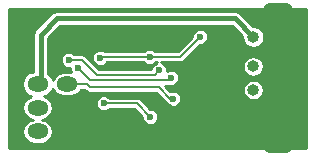
<source format=gbl>
G04 #@! TF.FileFunction,Copper,L2,Bot,Signal*
%FSLAX46Y46*%
G04 Gerber Fmt 4.6, Leading zero omitted, Abs format (unit mm)*
G04 Created by KiCad (PCBNEW 4.0.7-e2-6376~61~ubuntu18.04.1) date Thu Aug  2 13:47:33 2018*
%MOMM*%
%LPD*%
G01*
G04 APERTURE LIST*
%ADD10C,0.100000*%
%ADD11R,1.800000X1.300000*%
%ADD12O,1.800000X1.300000*%
%ADD13O,1.000000X1.000000*%
%ADD14O,2.500000X1.000000*%
%ADD15C,1.200000*%
%ADD16C,0.600000*%
%ADD17C,0.200000*%
%ADD18C,0.400000*%
%ADD19C,0.254000*%
G04 APERTURE END LIST*
D10*
D11*
X173750000Y-84500000D03*
D12*
X171250000Y-84500000D03*
X173750000Y-82500000D03*
X171250000Y-82500000D03*
X173750000Y-80500000D03*
X171250000Y-80500000D03*
D13*
X189500000Y-76500000D03*
X189500000Y-83500000D03*
X189500000Y-81000000D03*
D14*
X191600000Y-74150000D03*
X191600000Y-85850000D03*
D13*
X189500000Y-79000000D03*
D15*
X191600000Y-77700000D03*
X191600000Y-82300000D03*
D16*
X177550000Y-79100000D03*
X180690000Y-77280000D03*
X188480000Y-82480000D03*
X182730000Y-81720000D03*
X185030000Y-76480000D03*
X180740000Y-78190000D03*
X176550000Y-78270000D03*
X173870000Y-78440000D03*
X181540000Y-79330000D03*
X174700000Y-79160000D03*
X182550000Y-79940000D03*
X176860000Y-82130000D03*
X180770000Y-83270000D03*
D17*
X176490000Y-79100000D02*
X177550000Y-79100000D01*
X175710000Y-78320000D02*
X176490000Y-79100000D01*
X175710000Y-77420000D02*
X175710000Y-78320000D01*
X175910000Y-77220000D02*
X175710000Y-77420000D01*
X180630000Y-77220000D02*
X175910000Y-77220000D01*
X180690000Y-77280000D02*
X180630000Y-77220000D01*
X173500000Y-80500000D02*
X175410000Y-80500000D01*
X182440000Y-81720000D02*
X182730000Y-81720000D01*
X181490000Y-80770000D02*
X182440000Y-81720000D01*
X175680000Y-80770000D02*
X181490000Y-80770000D01*
X175410000Y-80500000D02*
X175680000Y-80770000D01*
X180740000Y-78190000D02*
X183320000Y-78190000D01*
X183320000Y-78190000D02*
X185030000Y-76480000D01*
X176630000Y-78190000D02*
X180740000Y-78190000D01*
X176550000Y-78270000D02*
X176630000Y-78190000D01*
D18*
X171500000Y-80500000D02*
X171500000Y-76300000D01*
X187940000Y-74940000D02*
X189500000Y-76500000D01*
X172860000Y-74940000D02*
X187940000Y-74940000D01*
X171500000Y-76300000D02*
X172860000Y-74940000D01*
D17*
X173870000Y-78440000D02*
X174980000Y-78440000D01*
X174980000Y-78440000D02*
X176260000Y-79720000D01*
X176260000Y-79720000D02*
X181150000Y-79720000D01*
X181150000Y-79720000D02*
X181540000Y-79330000D01*
X174700000Y-79160000D02*
X175700000Y-80160000D01*
X175700000Y-80160000D02*
X182330000Y-80160000D01*
X182330000Y-80160000D02*
X182550000Y-79940000D01*
X179630000Y-82130000D02*
X176860000Y-82130000D01*
X180770000Y-83270000D02*
X179630000Y-82130000D01*
D19*
G36*
X193973000Y-85873000D02*
X168827000Y-85873000D01*
X168827000Y-80500000D01*
X169897003Y-80500000D01*
X169978985Y-80912150D01*
X170212449Y-81261554D01*
X170561853Y-81495018D01*
X170713072Y-81525097D01*
X170581966Y-81551176D01*
X170248783Y-81773801D01*
X170026158Y-82106984D01*
X169947982Y-82500000D01*
X170026158Y-82893016D01*
X170248783Y-83226199D01*
X170581966Y-83448824D01*
X170839244Y-83500000D01*
X170581966Y-83551176D01*
X170248783Y-83773801D01*
X170026158Y-84106984D01*
X169947982Y-84500000D01*
X170026158Y-84893016D01*
X170248783Y-85226199D01*
X170581966Y-85448824D01*
X170974982Y-85527000D01*
X171525018Y-85527000D01*
X171918034Y-85448824D01*
X172251217Y-85226199D01*
X172473842Y-84893016D01*
X172552018Y-84500000D01*
X172473842Y-84106984D01*
X172251217Y-83773801D01*
X171918034Y-83551176D01*
X171660756Y-83500000D01*
X171918034Y-83448824D01*
X172251217Y-83226199D01*
X172473842Y-82893016D01*
X172552018Y-82500000D01*
X172505090Y-82264073D01*
X176182883Y-82264073D01*
X176285733Y-82512989D01*
X176476010Y-82703598D01*
X176724746Y-82806882D01*
X176994073Y-82807117D01*
X177242989Y-82704267D01*
X177340426Y-82607000D01*
X179432420Y-82607000D01*
X180093002Y-83267582D01*
X180092883Y-83404073D01*
X180195733Y-83652989D01*
X180386010Y-83843598D01*
X180634746Y-83946882D01*
X180904073Y-83947117D01*
X181152989Y-83844267D01*
X181343598Y-83653990D01*
X181446882Y-83405254D01*
X181447117Y-83135927D01*
X181344267Y-82887011D01*
X181153990Y-82696402D01*
X180905254Y-82593118D01*
X180767578Y-82592998D01*
X179967290Y-81792710D01*
X179812540Y-81689309D01*
X179630000Y-81653000D01*
X177340420Y-81653000D01*
X177243990Y-81556402D01*
X176995254Y-81453118D01*
X176725927Y-81452883D01*
X176477011Y-81555733D01*
X176286402Y-81746010D01*
X176183118Y-81994746D01*
X176182883Y-82264073D01*
X172505090Y-82264073D01*
X172473842Y-82106984D01*
X172251217Y-81773801D01*
X171918034Y-81551176D01*
X171786928Y-81525097D01*
X171938147Y-81495018D01*
X172287551Y-81261554D01*
X172521015Y-80912150D01*
X172525490Y-80889655D01*
X172526158Y-80893016D01*
X172748783Y-81226199D01*
X173081966Y-81448824D01*
X173474982Y-81527000D01*
X174025018Y-81527000D01*
X174418034Y-81448824D01*
X174751217Y-81226199D01*
X174917726Y-80977000D01*
X175212420Y-80977000D01*
X175342710Y-81107290D01*
X175497460Y-81210691D01*
X175680000Y-81247000D01*
X181292420Y-81247000D01*
X182102710Y-82057290D01*
X182149871Y-82088802D01*
X182155733Y-82102989D01*
X182346010Y-82293598D01*
X182594746Y-82396882D01*
X182864073Y-82397117D01*
X183112989Y-82294267D01*
X183303598Y-82103990D01*
X183406882Y-81855254D01*
X183407117Y-81585927D01*
X183304267Y-81337011D01*
X183113990Y-81146402D01*
X182865254Y-81043118D01*
X182595927Y-81042883D01*
X182483795Y-81089215D01*
X182394580Y-81000000D01*
X188605819Y-81000000D01*
X188672577Y-81335613D01*
X188862686Y-81620133D01*
X189147206Y-81810242D01*
X189482819Y-81877000D01*
X189517181Y-81877000D01*
X189852794Y-81810242D01*
X190137314Y-81620133D01*
X190327423Y-81335613D01*
X190394181Y-81000000D01*
X190327423Y-80664387D01*
X190137314Y-80379867D01*
X189852794Y-80189758D01*
X189517181Y-80123000D01*
X189482819Y-80123000D01*
X189147206Y-80189758D01*
X188862686Y-80379867D01*
X188672577Y-80664387D01*
X188605819Y-81000000D01*
X182394580Y-81000000D01*
X182031580Y-80637000D01*
X182330000Y-80637000D01*
X182431070Y-80616896D01*
X182684073Y-80617117D01*
X182932989Y-80514267D01*
X183123598Y-80323990D01*
X183226882Y-80075254D01*
X183227117Y-79805927D01*
X183124267Y-79557011D01*
X182933990Y-79366402D01*
X182685254Y-79263118D01*
X182415927Y-79262883D01*
X182216987Y-79345083D01*
X182217117Y-79195927D01*
X182136162Y-79000000D01*
X188605819Y-79000000D01*
X188672577Y-79335613D01*
X188862686Y-79620133D01*
X189147206Y-79810242D01*
X189482819Y-79877000D01*
X189517181Y-79877000D01*
X189852794Y-79810242D01*
X190137314Y-79620133D01*
X190327423Y-79335613D01*
X190394181Y-79000000D01*
X190327423Y-78664387D01*
X190137314Y-78379867D01*
X189852794Y-78189758D01*
X189517181Y-78123000D01*
X189482819Y-78123000D01*
X189147206Y-78189758D01*
X188862686Y-78379867D01*
X188672577Y-78664387D01*
X188605819Y-79000000D01*
X182136162Y-79000000D01*
X182114267Y-78947011D01*
X181923990Y-78756402D01*
X181708686Y-78667000D01*
X183320000Y-78667000D01*
X183502540Y-78630691D01*
X183657290Y-78527290D01*
X185027582Y-77156998D01*
X185164073Y-77157117D01*
X185412989Y-77054267D01*
X185603598Y-76863990D01*
X185706882Y-76615254D01*
X185707117Y-76345927D01*
X185604267Y-76097011D01*
X185413990Y-75906402D01*
X185165254Y-75803118D01*
X184895927Y-75802883D01*
X184647011Y-75905733D01*
X184456402Y-76096010D01*
X184353118Y-76344746D01*
X184352998Y-76482422D01*
X183122420Y-77713000D01*
X181220420Y-77713000D01*
X181123990Y-77616402D01*
X180875254Y-77513118D01*
X180605927Y-77512883D01*
X180357011Y-77615733D01*
X180259574Y-77713000D01*
X176950559Y-77713000D01*
X176933990Y-77696402D01*
X176685254Y-77593118D01*
X176415927Y-77592883D01*
X176167011Y-77695733D01*
X175976402Y-77886010D01*
X175873118Y-78134746D01*
X175872883Y-78404073D01*
X175975733Y-78652989D01*
X176166010Y-78843598D01*
X176414746Y-78946882D01*
X176684073Y-78947117D01*
X176932989Y-78844267D01*
X177110565Y-78667000D01*
X180259580Y-78667000D01*
X180356010Y-78763598D01*
X180604746Y-78866882D01*
X180874073Y-78867117D01*
X181122989Y-78764267D01*
X181220426Y-78667000D01*
X181371761Y-78667000D01*
X181157011Y-78755733D01*
X180966402Y-78946010D01*
X180863118Y-79194746D01*
X180863076Y-79243000D01*
X176457580Y-79243000D01*
X175317290Y-78102710D01*
X175162540Y-77999309D01*
X174980000Y-77963000D01*
X174350420Y-77963000D01*
X174253990Y-77866402D01*
X174005254Y-77763118D01*
X173735927Y-77762883D01*
X173487011Y-77865733D01*
X173296402Y-78056010D01*
X173193118Y-78304746D01*
X173192883Y-78574073D01*
X173295733Y-78822989D01*
X173486010Y-79013598D01*
X173734746Y-79116882D01*
X174004073Y-79117117D01*
X174023044Y-79109278D01*
X174022883Y-79294073D01*
X174103243Y-79488560D01*
X174025018Y-79473000D01*
X173474982Y-79473000D01*
X173081966Y-79551176D01*
X172748783Y-79773801D01*
X172526158Y-80106984D01*
X172525490Y-80110345D01*
X172521015Y-80087850D01*
X172287551Y-79738446D01*
X172127000Y-79631169D01*
X172127000Y-76559712D01*
X173119712Y-75567000D01*
X187680288Y-75567000D01*
X188564536Y-76451248D01*
X188554839Y-76500000D01*
X188625403Y-76854748D01*
X188826351Y-77155488D01*
X189127091Y-77356436D01*
X189481839Y-77427000D01*
X189518161Y-77427000D01*
X189872909Y-77356436D01*
X190173649Y-77155488D01*
X190374597Y-76854748D01*
X190445161Y-76500000D01*
X190374597Y-76145252D01*
X190173649Y-75844512D01*
X189872909Y-75643564D01*
X189518161Y-75573000D01*
X189481839Y-75573000D01*
X189463383Y-75576671D01*
X188383356Y-74496644D01*
X188179943Y-74360728D01*
X187940000Y-74313000D01*
X172860000Y-74313000D01*
X172620057Y-74360728D01*
X172416644Y-74496644D01*
X171056644Y-75856644D01*
X170920728Y-76060057D01*
X170873000Y-76300000D01*
X170873000Y-79443091D01*
X170561853Y-79504982D01*
X170212449Y-79738446D01*
X169978985Y-80087850D01*
X169897003Y-80500000D01*
X168827000Y-80500000D01*
X168827000Y-74117000D01*
X193973000Y-74117000D01*
X193973000Y-85873000D01*
X193973000Y-85873000D01*
G37*
X193973000Y-85873000D02*
X168827000Y-85873000D01*
X168827000Y-80500000D01*
X169897003Y-80500000D01*
X169978985Y-80912150D01*
X170212449Y-81261554D01*
X170561853Y-81495018D01*
X170713072Y-81525097D01*
X170581966Y-81551176D01*
X170248783Y-81773801D01*
X170026158Y-82106984D01*
X169947982Y-82500000D01*
X170026158Y-82893016D01*
X170248783Y-83226199D01*
X170581966Y-83448824D01*
X170839244Y-83500000D01*
X170581966Y-83551176D01*
X170248783Y-83773801D01*
X170026158Y-84106984D01*
X169947982Y-84500000D01*
X170026158Y-84893016D01*
X170248783Y-85226199D01*
X170581966Y-85448824D01*
X170974982Y-85527000D01*
X171525018Y-85527000D01*
X171918034Y-85448824D01*
X172251217Y-85226199D01*
X172473842Y-84893016D01*
X172552018Y-84500000D01*
X172473842Y-84106984D01*
X172251217Y-83773801D01*
X171918034Y-83551176D01*
X171660756Y-83500000D01*
X171918034Y-83448824D01*
X172251217Y-83226199D01*
X172473842Y-82893016D01*
X172552018Y-82500000D01*
X172505090Y-82264073D01*
X176182883Y-82264073D01*
X176285733Y-82512989D01*
X176476010Y-82703598D01*
X176724746Y-82806882D01*
X176994073Y-82807117D01*
X177242989Y-82704267D01*
X177340426Y-82607000D01*
X179432420Y-82607000D01*
X180093002Y-83267582D01*
X180092883Y-83404073D01*
X180195733Y-83652989D01*
X180386010Y-83843598D01*
X180634746Y-83946882D01*
X180904073Y-83947117D01*
X181152989Y-83844267D01*
X181343598Y-83653990D01*
X181446882Y-83405254D01*
X181447117Y-83135927D01*
X181344267Y-82887011D01*
X181153990Y-82696402D01*
X180905254Y-82593118D01*
X180767578Y-82592998D01*
X179967290Y-81792710D01*
X179812540Y-81689309D01*
X179630000Y-81653000D01*
X177340420Y-81653000D01*
X177243990Y-81556402D01*
X176995254Y-81453118D01*
X176725927Y-81452883D01*
X176477011Y-81555733D01*
X176286402Y-81746010D01*
X176183118Y-81994746D01*
X176182883Y-82264073D01*
X172505090Y-82264073D01*
X172473842Y-82106984D01*
X172251217Y-81773801D01*
X171918034Y-81551176D01*
X171786928Y-81525097D01*
X171938147Y-81495018D01*
X172287551Y-81261554D01*
X172521015Y-80912150D01*
X172525490Y-80889655D01*
X172526158Y-80893016D01*
X172748783Y-81226199D01*
X173081966Y-81448824D01*
X173474982Y-81527000D01*
X174025018Y-81527000D01*
X174418034Y-81448824D01*
X174751217Y-81226199D01*
X174917726Y-80977000D01*
X175212420Y-80977000D01*
X175342710Y-81107290D01*
X175497460Y-81210691D01*
X175680000Y-81247000D01*
X181292420Y-81247000D01*
X182102710Y-82057290D01*
X182149871Y-82088802D01*
X182155733Y-82102989D01*
X182346010Y-82293598D01*
X182594746Y-82396882D01*
X182864073Y-82397117D01*
X183112989Y-82294267D01*
X183303598Y-82103990D01*
X183406882Y-81855254D01*
X183407117Y-81585927D01*
X183304267Y-81337011D01*
X183113990Y-81146402D01*
X182865254Y-81043118D01*
X182595927Y-81042883D01*
X182483795Y-81089215D01*
X182394580Y-81000000D01*
X188605819Y-81000000D01*
X188672577Y-81335613D01*
X188862686Y-81620133D01*
X189147206Y-81810242D01*
X189482819Y-81877000D01*
X189517181Y-81877000D01*
X189852794Y-81810242D01*
X190137314Y-81620133D01*
X190327423Y-81335613D01*
X190394181Y-81000000D01*
X190327423Y-80664387D01*
X190137314Y-80379867D01*
X189852794Y-80189758D01*
X189517181Y-80123000D01*
X189482819Y-80123000D01*
X189147206Y-80189758D01*
X188862686Y-80379867D01*
X188672577Y-80664387D01*
X188605819Y-81000000D01*
X182394580Y-81000000D01*
X182031580Y-80637000D01*
X182330000Y-80637000D01*
X182431070Y-80616896D01*
X182684073Y-80617117D01*
X182932989Y-80514267D01*
X183123598Y-80323990D01*
X183226882Y-80075254D01*
X183227117Y-79805927D01*
X183124267Y-79557011D01*
X182933990Y-79366402D01*
X182685254Y-79263118D01*
X182415927Y-79262883D01*
X182216987Y-79345083D01*
X182217117Y-79195927D01*
X182136162Y-79000000D01*
X188605819Y-79000000D01*
X188672577Y-79335613D01*
X188862686Y-79620133D01*
X189147206Y-79810242D01*
X189482819Y-79877000D01*
X189517181Y-79877000D01*
X189852794Y-79810242D01*
X190137314Y-79620133D01*
X190327423Y-79335613D01*
X190394181Y-79000000D01*
X190327423Y-78664387D01*
X190137314Y-78379867D01*
X189852794Y-78189758D01*
X189517181Y-78123000D01*
X189482819Y-78123000D01*
X189147206Y-78189758D01*
X188862686Y-78379867D01*
X188672577Y-78664387D01*
X188605819Y-79000000D01*
X182136162Y-79000000D01*
X182114267Y-78947011D01*
X181923990Y-78756402D01*
X181708686Y-78667000D01*
X183320000Y-78667000D01*
X183502540Y-78630691D01*
X183657290Y-78527290D01*
X185027582Y-77156998D01*
X185164073Y-77157117D01*
X185412989Y-77054267D01*
X185603598Y-76863990D01*
X185706882Y-76615254D01*
X185707117Y-76345927D01*
X185604267Y-76097011D01*
X185413990Y-75906402D01*
X185165254Y-75803118D01*
X184895927Y-75802883D01*
X184647011Y-75905733D01*
X184456402Y-76096010D01*
X184353118Y-76344746D01*
X184352998Y-76482422D01*
X183122420Y-77713000D01*
X181220420Y-77713000D01*
X181123990Y-77616402D01*
X180875254Y-77513118D01*
X180605927Y-77512883D01*
X180357011Y-77615733D01*
X180259574Y-77713000D01*
X176950559Y-77713000D01*
X176933990Y-77696402D01*
X176685254Y-77593118D01*
X176415927Y-77592883D01*
X176167011Y-77695733D01*
X175976402Y-77886010D01*
X175873118Y-78134746D01*
X175872883Y-78404073D01*
X175975733Y-78652989D01*
X176166010Y-78843598D01*
X176414746Y-78946882D01*
X176684073Y-78947117D01*
X176932989Y-78844267D01*
X177110565Y-78667000D01*
X180259580Y-78667000D01*
X180356010Y-78763598D01*
X180604746Y-78866882D01*
X180874073Y-78867117D01*
X181122989Y-78764267D01*
X181220426Y-78667000D01*
X181371761Y-78667000D01*
X181157011Y-78755733D01*
X180966402Y-78946010D01*
X180863118Y-79194746D01*
X180863076Y-79243000D01*
X176457580Y-79243000D01*
X175317290Y-78102710D01*
X175162540Y-77999309D01*
X174980000Y-77963000D01*
X174350420Y-77963000D01*
X174253990Y-77866402D01*
X174005254Y-77763118D01*
X173735927Y-77762883D01*
X173487011Y-77865733D01*
X173296402Y-78056010D01*
X173193118Y-78304746D01*
X173192883Y-78574073D01*
X173295733Y-78822989D01*
X173486010Y-79013598D01*
X173734746Y-79116882D01*
X174004073Y-79117117D01*
X174023044Y-79109278D01*
X174022883Y-79294073D01*
X174103243Y-79488560D01*
X174025018Y-79473000D01*
X173474982Y-79473000D01*
X173081966Y-79551176D01*
X172748783Y-79773801D01*
X172526158Y-80106984D01*
X172525490Y-80110345D01*
X172521015Y-80087850D01*
X172287551Y-79738446D01*
X172127000Y-79631169D01*
X172127000Y-76559712D01*
X173119712Y-75567000D01*
X187680288Y-75567000D01*
X188564536Y-76451248D01*
X188554839Y-76500000D01*
X188625403Y-76854748D01*
X188826351Y-77155488D01*
X189127091Y-77356436D01*
X189481839Y-77427000D01*
X189518161Y-77427000D01*
X189872909Y-77356436D01*
X190173649Y-77155488D01*
X190374597Y-76854748D01*
X190445161Y-76500000D01*
X190374597Y-76145252D01*
X190173649Y-75844512D01*
X189872909Y-75643564D01*
X189518161Y-75573000D01*
X189481839Y-75573000D01*
X189463383Y-75576671D01*
X188383356Y-74496644D01*
X188179943Y-74360728D01*
X187940000Y-74313000D01*
X172860000Y-74313000D01*
X172620057Y-74360728D01*
X172416644Y-74496644D01*
X171056644Y-75856644D01*
X170920728Y-76060057D01*
X170873000Y-76300000D01*
X170873000Y-79443091D01*
X170561853Y-79504982D01*
X170212449Y-79738446D01*
X169978985Y-80087850D01*
X169897003Y-80500000D01*
X168827000Y-80500000D01*
X168827000Y-74117000D01*
X193973000Y-74117000D01*
X193973000Y-85873000D01*
M02*

</source>
